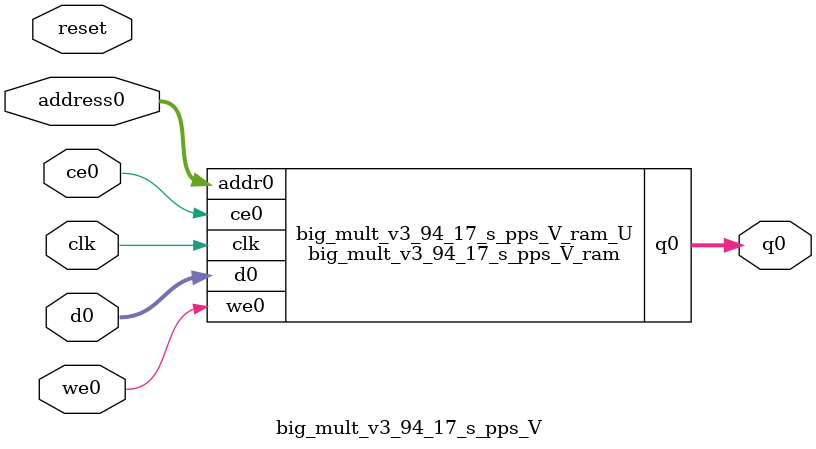
<source format=v>

`timescale 1 ns / 1 ps
module big_mult_v3_94_17_s_pps_V_ram (addr0, ce0, d0, we0, q0,  clk);

parameter DWIDTH = 48;
parameter AWIDTH = 4;
parameter MEM_SIZE = 12;

input[AWIDTH-1:0] addr0;
input ce0;
input[DWIDTH-1:0] d0;
input we0;
output reg[DWIDTH-1:0] q0;
input clk;

(* ram_style = "distributed" *)reg [DWIDTH-1:0] ram[MEM_SIZE-1:0];




always @(posedge clk)  
begin 
    if (ce0) 
    begin
        if (we0) 
        begin 
            ram[addr0] <= d0; 
            q0 <= d0;
        end 
        else 
            q0 <= ram[addr0];
    end
end


endmodule


`timescale 1 ns / 1 ps
module big_mult_v3_94_17_s_pps_V(
    reset,
    clk,
    address0,
    ce0,
    we0,
    d0,
    q0);

parameter DataWidth = 32'd48;
parameter AddressRange = 32'd12;
parameter AddressWidth = 32'd4;
input reset;
input clk;
input[AddressWidth - 1:0] address0;
input ce0;
input we0;
input[DataWidth - 1:0] d0;
output[DataWidth - 1:0] q0;




big_mult_v3_94_17_s_pps_V_ram big_mult_v3_94_17_s_pps_V_ram_U(
    .clk( clk ),
    .addr0( address0 ),
    .ce0( ce0 ),
    .d0( d0 ),
    .we0( we0 ),
    .q0( q0 ));

endmodule


</source>
